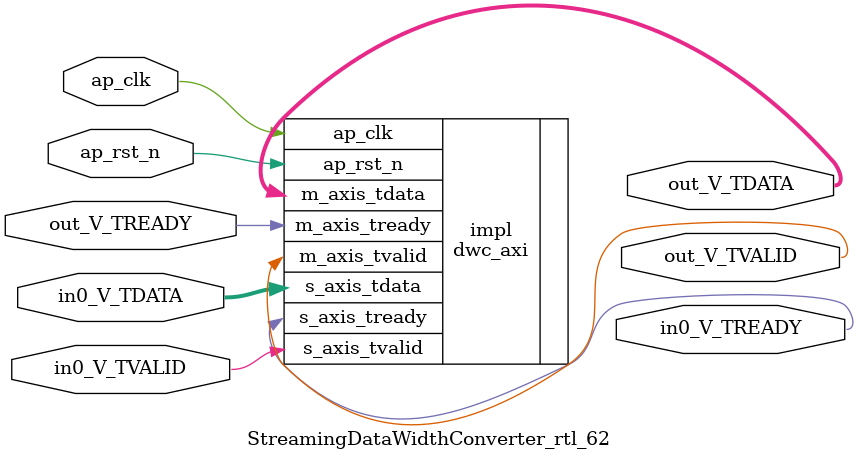
<source format=v>
/******************************************************************************
 * Copyright (C) 2023, Advanced Micro Devices, Inc.
 * All rights reserved.
 *
 * Redistribution and use in source and binary forms, with or without
 * modification, are permitted provided that the following conditions are met:
 *
 *  1. Redistributions of source code must retain the above copyright notice,
 *     this list of conditions and the following disclaimer.
 *
 *  2. Redistributions in binary form must reproduce the above copyright
 *     notice, this list of conditions and the following disclaimer in the
 *     documentation and/or other materials provided with the distribution.
 *
 *  3. Neither the name of the copyright holder nor the names of its
 *     contributors may be used to endorse or promote products derived from
 *     this software without specific prior written permission.
 *
 * THIS SOFTWARE IS PROVIDED BY THE COPYRIGHT HOLDERS AND CONTRIBUTORS "AS IS"
 * AND ANY EXPRESS OR IMPLIED WARRANTIES, INCLUDING, BUT NOT LIMITED TO,
 * THE IMPLIED WARRANTIES OF MERCHANTABILITY AND FITNESS FOR A PARTICULAR
 * PURPOSE ARE DISCLAIMED. IN NO EVENT SHALL THE COPYRIGHT HOLDER OR
 * CONTRIBUTORS BE LIABLE FOR ANY DIRECT, INDIRECT, INCIDENTAL, SPECIAL,
 * EXEMPLARY, OR CONSEQUENTIAL DAMAGES (INCLUDING, BUT NOT LIMITED TO,
 * PROCUREMENT OF SUBSTITUTE GOODS OR SERVICES; LOSS OF USE, DATA, OR PROFITS;
 * OR BUSINESS INTERRUPTION). HOWEVER CAUSED AND ON ANY THEORY OF LIABILITY,
 * WHETHER IN CONTRACT, STRICT LIABILITY, OR TORT (INCLUDING NEGLIGENCE OR
 * OTHERWISE) ARISING IN ANY WAY OUT OF THE USE OF THIS SOFTWARE, EVEN IF
 * ADVISED OF THE POSSIBILITY OF SUCH DAMAGE.
 *****************************************************************************/

module StreamingDataWidthConverter_rtl_62 #(
	parameter  IBITS = 256,
	parameter  OBITS = 4,

	parameter  AXI_IBITS = (IBITS+7)/8 * 8,
	parameter  AXI_OBITS = (OBITS+7)/8 * 8
)(
	//- Global Control ------------------
	(* X_INTERFACE_INFO = "xilinx.com:signal:clock:1.0 ap_clk CLK" *)
	(* X_INTERFACE_PARAMETER = "ASSOCIATED_BUSIF in0_V:out_V, ASSOCIATED_RESET ap_rst_n" *)
	input	ap_clk,
	(* X_INTERFACE_PARAMETER = "POLARITY ACTIVE_LOW" *)
	input	ap_rst_n,

	//- AXI Stream - Input --------------
	output	in0_V_TREADY,
	input	in0_V_TVALID,
	input	[AXI_IBITS-1:0]  in0_V_TDATA,

	//- AXI Stream - Output -------------
	input	out_V_TREADY,
	output	out_V_TVALID,
	output	[AXI_OBITS-1:0]  out_V_TDATA
);

	dwc_axi #(
		.IBITS(IBITS),
		.OBITS(OBITS)
	) impl (
		.ap_clk(ap_clk),
		.ap_rst_n(ap_rst_n),
		.s_axis_tready(in0_V_TREADY),
		.s_axis_tvalid(in0_V_TVALID),
		.s_axis_tdata(in0_V_TDATA),
		.m_axis_tready(out_V_TREADY),
		.m_axis_tvalid(out_V_TVALID),
		.m_axis_tdata(out_V_TDATA)
	);

endmodule

</source>
